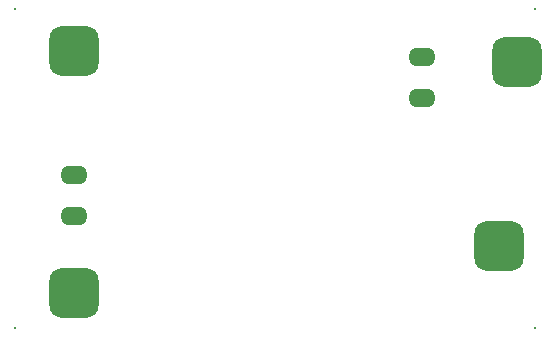
<source format=gbs>
G04*
G04 #@! TF.GenerationSoftware,Altium Limited,Altium Designer,21.1.1 (26)*
G04*
G04 Layer_Color=16711935*
%FSLAX25Y25*%
%MOIN*%
G70*
G04*
G04 #@! TF.SameCoordinates,9BCB9740-BAEC-44A0-B6CA-C752D964FD41*
G04*
G04*
G04 #@! TF.FilePolarity,Negative*
G04*
G01*
G75*
G04:AMPARAMS|DCode=23|XSize=8mil|YSize=8mil|CornerRadius=0mil|HoleSize=0mil|Usage=FLASHONLY|Rotation=0.000|XOffset=0mil|YOffset=0mil|HoleType=Round|Shape=RoundedRectangle|*
%AMROUNDEDRECTD23*
21,1,0.00800,0.00800,0,0,0.0*
21,1,0.00800,0.00800,0,0,0.0*
1,1,0.00000,0.00400,-0.00400*
1,1,0.00000,-0.00400,-0.00400*
1,1,0.00000,-0.00400,0.00400*
1,1,0.00000,0.00400,0.00400*
%
%ADD23ROUNDEDRECTD23*%
G04:AMPARAMS|DCode=24|XSize=165.48mil|YSize=165.48mil|CornerRadius=43.37mil|HoleSize=0mil|Usage=FLASHONLY|Rotation=0.000|XOffset=0mil|YOffset=0mil|HoleType=Round|Shape=RoundedRectangle|*
%AMROUNDEDRECTD24*
21,1,0.16548,0.07874,0,0,0.0*
21,1,0.07874,0.16548,0,0,0.0*
1,1,0.08674,0.03937,-0.03937*
1,1,0.08674,-0.03937,-0.03937*
1,1,0.08674,-0.03937,0.03937*
1,1,0.08674,0.03937,0.03937*
%
%ADD24ROUNDEDRECTD24*%
%ADD25O,0.09068X0.06312*%
D23*
X484252Y275590D02*
D03*
Y381890D02*
D03*
X311024D02*
D03*
Y275590D02*
D03*
D24*
X478346Y364173D02*
D03*
X330709Y368110D02*
D03*
X472441Y303150D02*
D03*
X330709Y287402D02*
D03*
D25*
X446850Y352362D02*
D03*
Y366142D02*
D03*
X330709Y312992D02*
D03*
Y326772D02*
D03*
M02*

</source>
